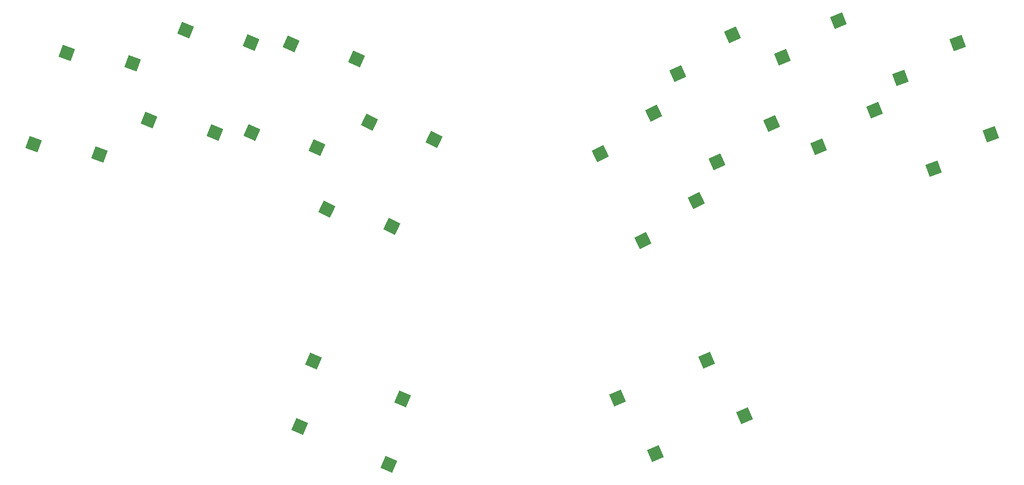
<source format=gbr>
%TF.GenerationSoftware,KiCad,Pcbnew,9.0.0*%
%TF.CreationDate,2025-02-21T22:11:59+01:00*%
%TF.ProjectId,chouchou_mx,63686f75-6368-46f7-955f-6d782e6b6963,v1.0.0*%
%TF.SameCoordinates,Original*%
%TF.FileFunction,Paste,Bot*%
%TF.FilePolarity,Positive*%
%FSLAX46Y46*%
G04 Gerber Fmt 4.6, Leading zero omitted, Abs format (unit mm)*
G04 Created by KiCad (PCBNEW 9.0.0) date 2025-02-21 22:11:59*
%MOMM*%
%LPD*%
G01*
G04 APERTURE LIST*
G04 Aperture macros list*
%AMRotRect*
0 Rectangle, with rotation*
0 The origin of the aperture is its center*
0 $1 length*
0 $2 width*
0 $3 Rotation angle, in degrees counterclockwise*
0 Add horizontal line*
21,1,$1,$2,0,0,$3*%
G04 Aperture macros list end*
%ADD10RotRect,2.550000X2.500000X24.000000*%
%ADD11RotRect,2.550000X2.500000X22.000000*%
%ADD12RotRect,2.550000X2.500000X67.000000*%
%ADD13RotRect,2.550000X2.500000X336.000000*%
%ADD14RotRect,2.550000X2.500000X334.000000*%
%ADD15RotRect,2.550000X2.500000X26.000000*%
%ADD16RotRect,2.550000X2.500000X340.000000*%
%ADD17RotRect,2.550000X2.500000X293.000000*%
%ADD18RotRect,2.550000X2.500000X338.000000*%
%ADD19RotRect,2.550000X2.500000X20.000000*%
G04 APERTURE END LIST*
D10*
%TO.C,S16*%
X157456119Y-117892824D03*
X168232410Y-110314534D03*
%TD*%
D11*
%TO.C,S13*%
X185188902Y-132345941D03*
X196223107Y-125148354D03*
%TD*%
D12*
%TO.C,S9*%
X83143988Y-187372220D03*
X85856888Y-174480397D03*
%TD*%
D13*
%TO.C,S6*%
X81480242Y-112129365D03*
X94322755Y-115066845D03*
%TD*%
D14*
%TO.C,S8*%
X96873607Y-127483804D03*
X109605780Y-130867690D03*
%TD*%
D15*
%TO.C,S17*%
X150622681Y-150817523D03*
X161127929Y-142867762D03*
%TD*%
D10*
%TO.C,S15*%
X165204419Y-135295924D03*
X175980710Y-127717634D03*
%TD*%
D16*
%TO.C,S2*%
X37329009Y-113891368D03*
X50345147Y-115925843D03*
%TD*%
%TO.C,S1*%
X30813509Y-131792468D03*
X43829647Y-133826943D03*
%TD*%
D17*
%TO.C,S19*%
X163200552Y-174328666D03*
X170589616Y-185235575D03*
%TD*%
D18*
%TO.C,S3*%
X53554103Y-127037765D03*
X66491310Y-129525258D03*
%TD*%
D19*
%TO.C,S12*%
X201236748Y-118737793D03*
X212515422Y-111929680D03*
%TD*%
D12*
%TO.C,S10*%
X100679688Y-194815620D03*
X103392588Y-181923797D03*
%TD*%
D13*
%TO.C,S5*%
X73731842Y-129532465D03*
X86574355Y-132469945D03*
%TD*%
D18*
%TO.C,S4*%
X60690403Y-109374965D03*
X73627610Y-111862458D03*
%TD*%
D14*
%TO.C,S7*%
X88522607Y-144605804D03*
X101254780Y-147989690D03*
%TD*%
D15*
%TO.C,S18*%
X142271681Y-133695523D03*
X152776929Y-125745762D03*
%TD*%
D19*
%TO.C,S11*%
X207752248Y-136638893D03*
X219030922Y-129830780D03*
%TD*%
D11*
%TO.C,S14*%
X178052602Y-114683141D03*
X189086807Y-107485554D03*
%TD*%
D17*
%TO.C,S20*%
X145664952Y-181772066D03*
X153054016Y-192678975D03*
%TD*%
M02*

</source>
